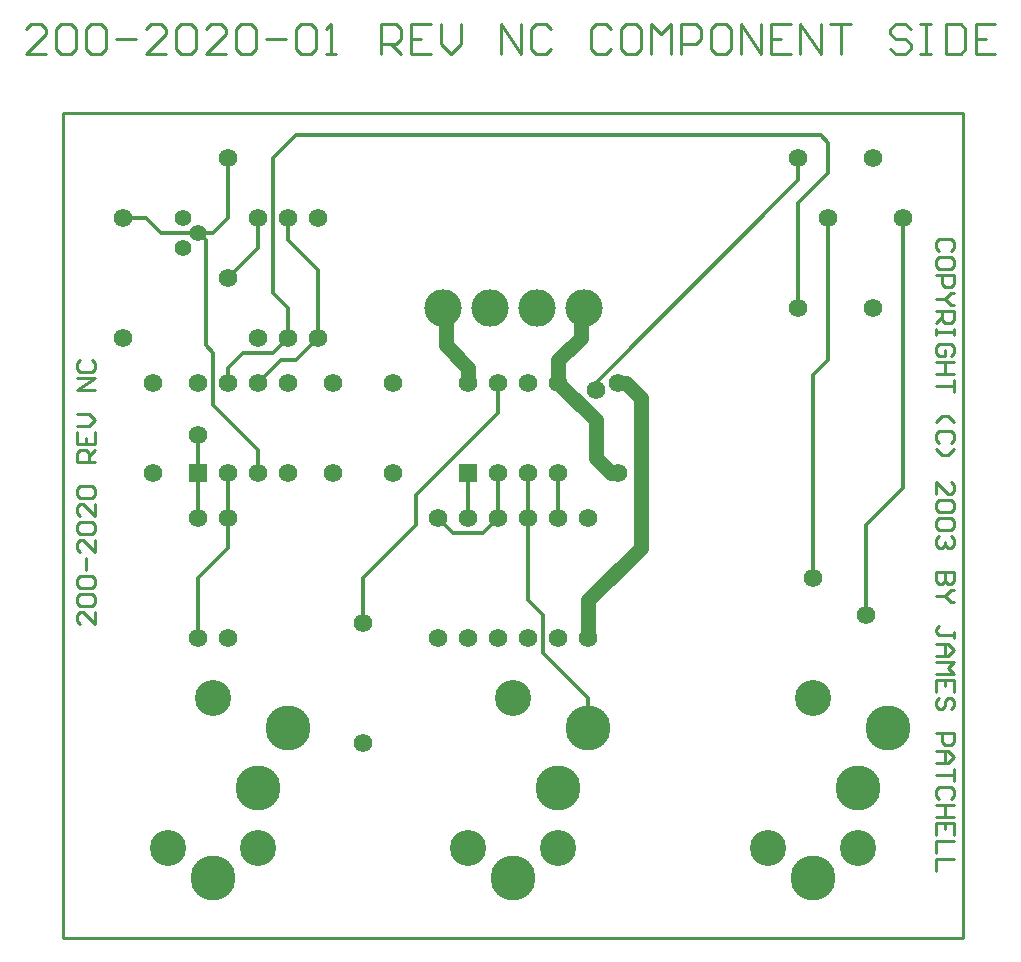
<source format=gtl>
*%FSLAX23Y23*%
*%MOIN*%
G01*
%ADD11C,0.007*%
%ADD12C,0.008*%
%ADD13C,0.010*%
%ADD14C,0.012*%
%ADD15C,0.020*%
%ADD16C,0.032*%
%ADD17C,0.036*%
%ADD18C,0.050*%
%ADD19C,0.052*%
%ADD20C,0.055*%
%ADD21C,0.056*%
%ADD22C,0.060*%
%ADD23C,0.061*%
%ADD24C,0.062*%
%ADD25C,0.066*%
%ADD26C,0.068*%
%ADD27C,0.070*%
%ADD28C,0.080*%
%ADD29C,0.090*%
%ADD30C,0.095*%
%ADD31C,0.115*%
%ADD32C,0.120*%
%ADD33C,0.125*%
%ADD34C,0.126*%
%ADD35C,0.131*%
%ADD36C,0.150*%
%ADD37C,0.156*%
%ADD38R,0.062X0.062*%
%ADD39R,0.068X0.068*%
D13*
X8308Y7552D02*
Y7592D01*
Y7552D02*
X8268Y7592D01*
X8258D01*
X8248Y7582D01*
Y7562D01*
X8258Y7552D01*
Y7612D02*
X8248Y7622D01*
Y7642D01*
X8258Y7652D01*
X8298D01*
X8308Y7642D01*
Y7622D01*
X8298Y7612D01*
X8258D01*
Y7672D02*
X8248Y7682D01*
Y7702D01*
X8258Y7712D01*
X8298D01*
X8308Y7702D01*
Y7682D01*
X8298Y7672D01*
X8258D01*
X8278Y7732D02*
Y7772D01*
X8308Y7792D02*
Y7832D01*
Y7792D02*
X8268Y7832D01*
X8258D01*
X8248Y7822D01*
Y7802D01*
X8258Y7792D01*
Y7852D02*
X8248Y7862D01*
Y7882D01*
X8258Y7892D01*
X8298D01*
X8308Y7882D01*
Y7862D01*
X8298Y7852D01*
X8258D01*
X8308Y7912D02*
Y7952D01*
Y7912D02*
X8268Y7952D01*
X8258D01*
X8248Y7942D01*
Y7922D01*
X8258Y7912D01*
Y7972D02*
X8248Y7982D01*
Y8002D01*
X8258Y8012D01*
X8298D01*
X8308Y8002D01*
Y7982D01*
X8298Y7972D01*
X8258D01*
X8248Y8092D02*
X8308D01*
X8248D02*
Y8122D01*
X8258Y8132D01*
X8278D01*
X8288Y8122D01*
Y8092D01*
Y8112D02*
X8308Y8132D01*
X8248Y8152D02*
Y8192D01*
Y8152D02*
X8308D01*
Y8192D01*
X8278Y8172D02*
Y8152D01*
X8288Y8212D02*
X8248D01*
X8288D02*
X8308Y8232D01*
X8288Y8252D01*
X8248D01*
Y8332D02*
X8308D01*
Y8372D02*
X8248Y8332D01*
Y8372D02*
X8308D01*
X8258Y8432D02*
X8248Y8422D01*
Y8402D01*
X8258Y8392D01*
X8298D01*
X8308Y8402D01*
Y8422D01*
X8298Y8432D01*
X11163Y8797D02*
X11173Y8807D01*
Y8827D01*
X11163Y8837D01*
X11123D01*
X11113Y8827D01*
Y8807D01*
X11123Y8797D01*
X11173Y8767D02*
Y8747D01*
Y8767D02*
X11163Y8777D01*
X11123D01*
X11113Y8767D01*
Y8747D01*
X11123Y8737D01*
X11163D01*
X11173Y8747D01*
Y8717D02*
X11113D01*
X11173D02*
Y8687D01*
X11163Y8677D01*
X11143D01*
X11133Y8687D01*
Y8717D01*
X11163Y8657D02*
X11173D01*
X11163D02*
X11143Y8637D01*
X11163Y8617D01*
X11173D01*
X11143Y8637D02*
X11113D01*
Y8597D02*
X11173D01*
Y8567D01*
X11163Y8557D01*
X11143D01*
X11133Y8567D01*
Y8597D01*
Y8577D02*
X11113Y8557D01*
X11173Y8537D02*
Y8517D01*
Y8527D01*
X11113D01*
Y8537D01*
Y8517D01*
X11173Y8457D02*
X11163Y8447D01*
X11173Y8457D02*
Y8477D01*
X11163Y8487D01*
X11123D01*
X11113Y8477D01*
Y8457D01*
X11123Y8447D01*
X11143D01*
Y8467D01*
X11173Y8427D02*
X11113D01*
X11143D01*
Y8387D01*
X11173D01*
X11113D01*
X11173Y8367D02*
Y8327D01*
Y8347D01*
X11113D01*
X11133Y8247D02*
X11113Y8227D01*
X11133Y8247D02*
X11153D01*
X11173Y8227D01*
Y8167D02*
X11163Y8157D01*
X11173Y8167D02*
Y8187D01*
X11163Y8197D01*
X11123D01*
X11113Y8187D01*
Y8167D01*
X11123Y8157D01*
X11113Y8137D02*
X11133Y8117D01*
X11153D01*
X11173Y8137D01*
X11113Y8027D02*
Y7987D01*
Y8027D02*
X11153Y7987D01*
X11163D01*
X11173Y7997D01*
Y8017D01*
X11163Y8027D01*
Y7967D02*
X11173Y7957D01*
Y7937D01*
X11163Y7927D01*
X11123D01*
X11113Y7937D01*
Y7957D01*
X11123Y7967D01*
X11163D01*
Y7907D02*
X11173Y7897D01*
Y7877D01*
X11163Y7867D01*
X11123D01*
X11113Y7877D01*
Y7897D01*
X11123Y7907D01*
X11163D01*
Y7847D02*
X11173Y7837D01*
Y7817D01*
X11163Y7807D01*
X11153D01*
X11154D01*
X11153D02*
X11154D01*
X11153D02*
X11154D01*
X11153D02*
X11143Y7817D01*
Y7827D01*
Y7817D01*
X11133Y7807D01*
X11123D01*
X11113Y7817D01*
Y7837D01*
X11123Y7847D01*
X11113Y7727D02*
X11173D01*
X11113D02*
Y7697D01*
X11123Y7687D01*
X11133D01*
X11143Y7697D01*
Y7727D01*
X11144D01*
X11143D02*
X11144D01*
X11143D02*
X11144D01*
X11143D02*
Y7697D01*
X11153Y7687D01*
X11163D01*
X11173Y7697D01*
Y7727D01*
Y7667D02*
X11163D01*
X11143Y7647D01*
X11163Y7627D01*
X11173D01*
X11143Y7647D02*
X11113D01*
X11173Y7527D02*
Y7507D01*
Y7517D02*
Y7527D01*
Y7517D02*
X11123D01*
X11113Y7527D01*
Y7537D01*
X11123Y7547D01*
X11113Y7487D02*
X11153D01*
X11173Y7467D01*
X11153Y7447D01*
X11113D01*
X11143D01*
Y7487D01*
X11113Y7427D02*
X11173D01*
X11153Y7407D01*
X11173Y7387D01*
X11113D01*
X11173Y7367D02*
Y7327D01*
Y7367D02*
X11113D01*
Y7327D01*
X11143Y7347D02*
Y7367D01*
X11173Y7278D02*
X11163Y7268D01*
X11173Y7278D02*
Y7297D01*
X11163Y7307D01*
X11153D01*
X11143Y7297D01*
Y7278D01*
X11133Y7268D01*
X11123D01*
X11113Y7278D01*
Y7297D01*
X11123Y7307D01*
X11113Y7188D02*
X11173D01*
Y7158D01*
X11163Y7148D01*
X11143D01*
X11133Y7158D01*
Y7188D01*
X11113Y7128D02*
X11153D01*
X11173Y7108D01*
X11153Y7088D01*
X11113D01*
X11143D01*
Y7128D01*
X11173Y7068D02*
Y7028D01*
Y7048D01*
X11113D01*
X11173Y6978D02*
X11163Y6968D01*
X11173Y6978D02*
Y6998D01*
X11163Y7008D01*
X11123D01*
X11113Y6998D01*
Y6978D01*
X11123Y6968D01*
X11113Y6948D02*
X11173D01*
X11143D02*
X11113D01*
X11143D02*
Y6908D01*
X11173D01*
X11113D01*
X11173Y6888D02*
Y6848D01*
Y6888D02*
X11113D01*
Y6848D01*
X11143Y6868D02*
Y6888D01*
X11173Y6828D02*
X11113D01*
Y6788D01*
Y6768D02*
X11173D01*
X11113D02*
Y6728D01*
X8145Y9452D02*
X8078D01*
X8145Y9519D01*
Y9535D01*
X8128Y9552D01*
X8095D01*
X8078Y9535D01*
X8178D02*
X8195Y9552D01*
X8228D01*
X8245Y9535D01*
Y9469D01*
X8228Y9452D01*
X8195D01*
X8178Y9469D01*
Y9535D01*
X8278D02*
X8295Y9552D01*
X8328D01*
X8345Y9535D01*
Y9469D01*
X8328Y9452D01*
X8295D01*
X8278Y9469D01*
Y9535D01*
X8378Y9502D02*
X8445D01*
X8478Y9452D02*
X8545D01*
X8478D02*
X8545Y9519D01*
Y9535D01*
X8528Y9552D01*
X8495D01*
X8478Y9535D01*
X8578D02*
X8594Y9552D01*
X8628D01*
X8644Y9535D01*
Y9469D01*
X8628Y9452D01*
X8594D01*
X8578Y9469D01*
Y9535D01*
X8678Y9452D02*
X8744D01*
X8678D02*
X8744Y9519D01*
Y9535D01*
X8728Y9552D01*
X8694D01*
X8678Y9535D01*
X8778D02*
X8794Y9552D01*
X8828D01*
X8844Y9535D01*
Y9469D01*
X8828Y9452D01*
X8794D01*
X8778Y9469D01*
Y9535D01*
X8878Y9502D02*
X8944D01*
X8978Y9535D02*
X8994Y9552D01*
X9028D01*
X9044Y9535D01*
Y9469D01*
X9028Y9452D01*
X8994D01*
X8978Y9469D01*
Y9535D01*
X9078Y9452D02*
X9111D01*
X9094D01*
Y9552D01*
X9095D01*
X9094D02*
X9078Y9535D01*
X9261Y9552D02*
Y9452D01*
Y9552D02*
X9311D01*
X9328Y9535D01*
Y9502D01*
X9311Y9485D01*
X9261D01*
X9294D02*
X9328Y9452D01*
X9361Y9552D02*
X9428D01*
X9361D02*
Y9452D01*
X9428D01*
X9394Y9502D02*
X9361D01*
X9461Y9485D02*
Y9552D01*
Y9485D02*
X9494Y9452D01*
X9528Y9485D01*
Y9552D01*
X9661D02*
Y9452D01*
X9727D02*
X9661Y9552D01*
X9727D02*
Y9452D01*
X9827Y9535D02*
X9811Y9552D01*
X9777D01*
X9761Y9535D01*
Y9469D01*
X9777Y9452D01*
X9811D01*
X9827Y9469D01*
X10011Y9552D02*
X10027Y9535D01*
X10011Y9552D02*
X9977D01*
X9961Y9535D01*
Y9469D01*
X9977Y9452D01*
X10011D01*
X10027Y9469D01*
X10077Y9552D02*
X10111D01*
X10077D02*
X10061Y9535D01*
Y9469D01*
X10077Y9452D01*
X10111D01*
X10127Y9469D01*
Y9535D01*
X10111Y9552D01*
X10161D02*
Y9452D01*
X10194Y9519D02*
X10161Y9552D01*
X10194Y9519D02*
X10227Y9552D01*
Y9452D01*
X10261D02*
Y9552D01*
X10311D01*
X10327Y9535D01*
Y9502D01*
X10311Y9485D01*
X10261D01*
X10377Y9552D02*
X10411D01*
X10377D02*
X10361Y9535D01*
Y9469D01*
X10377Y9452D01*
X10411D01*
X10427Y9469D01*
Y9535D01*
X10411Y9552D01*
X10461D02*
Y9452D01*
X10527D02*
X10461Y9552D01*
X10527D02*
Y9452D01*
X10561Y9552D02*
X10627D01*
X10561D02*
Y9452D01*
X10627D01*
X10594Y9502D02*
X10561D01*
X10660Y9452D02*
Y9552D01*
X10727Y9452D01*
Y9552D01*
X10760D02*
X10827D01*
X10794D01*
Y9452D01*
X11010Y9552D02*
X11027Y9535D01*
X11010Y9552D02*
X10977D01*
X10960Y9535D01*
Y9519D01*
X10977Y9502D01*
X11010D01*
X11027Y9485D01*
Y9469D01*
X11010Y9452D01*
X10977D01*
X10960Y9469D01*
X11060Y9552D02*
X11094D01*
X11077D01*
Y9452D01*
X11060D01*
X11094D01*
X11144D02*
Y9552D01*
Y9452D02*
X11194D01*
X11210Y9469D01*
Y9535D01*
X11194Y9552D01*
X11144D01*
X11244D02*
X11310D01*
X11244D02*
Y9452D01*
X11310D01*
X11277Y9502D02*
X11244D01*
X11203Y6507D02*
X8203D01*
Y9257D02*
X11203D01*
X8203D02*
Y6507D01*
X11203D02*
Y9257D01*
D14*
X10653Y9032D02*
X9978Y8357D01*
X10878Y7882D02*
X11003Y8007D01*
X9378Y7882D02*
X9203Y7707D01*
X9378Y7982D02*
X9653Y8257D01*
X8853Y8132D02*
X8703Y8282D01*
X9803Y7457D02*
X9953Y7307D01*
X8528Y8857D02*
X8478Y8907D01*
X8653Y8182D02*
Y8057D01*
Y7907D01*
X8703Y8282D02*
Y8457D01*
X8678Y8482D02*
Y8832D01*
X8753Y8982D02*
Y9107D01*
Y8982D02*
Y8907D01*
Y8407D02*
Y8357D01*
X8653Y7707D02*
Y7507D01*
X8753Y7807D02*
Y7907D01*
Y8057D01*
Y8707D02*
X8853Y8807D01*
X8753Y8907D02*
X8703Y8857D01*
X8803Y8457D02*
X8753Y8407D01*
Y7807D02*
X8653Y7707D01*
X8678Y8832D02*
X8653Y8857D01*
X8678Y8482D02*
X8703Y8457D01*
X8953Y8507D02*
Y8607D01*
X8903Y8657D02*
Y9107D01*
X8853Y8132D02*
Y8057D01*
Y8807D02*
Y8907D01*
X8953D02*
Y8832D01*
Y8507D02*
X8903Y8457D01*
Y9107D02*
X8978Y9182D01*
X8928Y8432D02*
X8853Y8357D01*
X8953Y8607D02*
X8903Y8657D01*
X9053Y8732D02*
X8953Y8832D01*
X9053Y8732D02*
Y8507D01*
X8978Y8432D01*
X9203Y7707D02*
Y7557D01*
X9378Y7882D02*
Y7982D01*
X9453Y7907D02*
X9503Y7857D01*
X9603D01*
X9653Y8257D02*
Y8357D01*
Y8057D02*
Y7907D01*
X9553D02*
Y8057D01*
X9653Y7907D02*
X9603Y7857D01*
X9753Y7907D02*
Y7632D01*
Y7907D02*
Y8057D01*
X9803Y7582D02*
Y7457D01*
X9853Y7907D02*
Y8057D01*
X9753Y7632D02*
X9803Y7582D01*
X8978Y8432D02*
X8928D01*
X9978Y8357D02*
Y8332D01*
X9953Y7307D02*
Y7207D01*
X8903Y8457D02*
X8803D01*
X8653Y8857D02*
X8528D01*
X8653D02*
X8703D01*
X8478Y8907D02*
X8403D01*
X10653Y8957D02*
Y8607D01*
Y9032D02*
Y9107D01*
X10703Y8382D02*
Y7707D01*
X10653Y8957D02*
X10753Y9057D01*
Y8432D02*
X10703Y8382D01*
X10728Y9182D02*
X8978D01*
X10753Y9157D02*
Y9057D01*
X10878Y7882D02*
Y7582D01*
X10753Y8432D02*
Y8907D01*
Y9157D02*
X10728Y9182D01*
X11003Y8907D02*
Y8007D01*
D18*
X10128Y7807D02*
X9953Y7632D01*
X9853Y8432D02*
X9928Y8507D01*
X10078Y8357D02*
X10128Y8307D01*
X9978Y8232D02*
X9853Y8357D01*
X9978Y8107D02*
X10028Y8057D01*
X9553Y8407D02*
X9478Y8482D01*
Y8607D01*
X9553Y8407D02*
Y8357D01*
X10028Y8057D02*
X10053D01*
X9853Y8357D02*
Y8432D01*
X9928Y8507D02*
Y8607D01*
X10053Y8357D02*
X10078D01*
X9953Y7632D02*
Y7507D01*
X10128Y7807D02*
Y8307D01*
X9978Y8232D02*
Y8107D01*
X9937Y8607D02*
X9928D01*
X9478D02*
X9469D01*
D20*
X8603Y8907D02*
D03*
X8653Y8857D02*
D03*
X8603Y8807D02*
D03*
D24*
X10878Y7582D02*
D03*
X10703Y7707D02*
D03*
X9978Y8332D02*
D03*
X8653Y8182D02*
D03*
X10903Y9107D02*
D03*
Y8607D02*
D03*
X11003Y8907D02*
D03*
X10653Y9107D02*
D03*
Y8607D02*
D03*
X10753Y8907D02*
D03*
X8853Y8507D02*
D03*
Y8907D02*
D03*
X8953Y8507D02*
D03*
Y8907D02*
D03*
X9053Y8507D02*
D03*
Y8907D02*
D03*
X9203Y7157D02*
D03*
Y7557D02*
D03*
X9303Y8357D02*
D03*
Y8057D02*
D03*
X9753D02*
D03*
X9853D02*
D03*
Y8357D02*
D03*
X9753D02*
D03*
X9653D02*
D03*
X9553D02*
D03*
X9653Y8057D02*
D03*
X9453Y7907D02*
D03*
Y7507D02*
D03*
X9553Y7907D02*
D03*
Y7507D02*
D03*
X9653D02*
D03*
Y7907D02*
D03*
X9753D02*
D03*
Y7507D02*
D03*
X9953Y7907D02*
D03*
Y7507D02*
D03*
X9103Y8057D02*
D03*
Y8357D02*
D03*
X9853Y7507D02*
D03*
Y7907D02*
D03*
X10053Y8057D02*
D03*
Y8357D02*
D03*
X8753Y8707D02*
D03*
Y9107D02*
D03*
X8503Y8357D02*
D03*
Y8057D02*
D03*
X8403Y8907D02*
D03*
Y8507D02*
D03*
X8853Y8057D02*
D03*
X8953D02*
D03*
Y8357D02*
D03*
X8853D02*
D03*
X8753D02*
D03*
X8653D02*
D03*
X8753Y8057D02*
D03*
X8653Y7907D02*
D03*
Y7507D02*
D03*
X8753D02*
D03*
Y7907D02*
D03*
D32*
X10553Y6807D02*
D03*
X10853D02*
D03*
X10703Y7307D02*
D03*
X9553Y6807D02*
D03*
X9853D02*
D03*
X9703Y7307D02*
D03*
X8553Y6807D02*
D03*
X8853D02*
D03*
X8703Y7307D02*
D03*
D33*
X9781Y8607D02*
D03*
X9469D02*
D03*
X9937D02*
D03*
X9625D02*
D03*
D36*
X10953Y7207D02*
D03*
X10853Y7007D02*
D03*
X10703Y6707D02*
D03*
X9953Y7207D02*
D03*
X9853Y7007D02*
D03*
X9703Y6707D02*
D03*
X8953Y7207D02*
D03*
X8853Y7007D02*
D03*
X8703Y6707D02*
D03*
D38*
X9553Y8057D02*
D03*
X8653D02*
D03*
M02*

</source>
